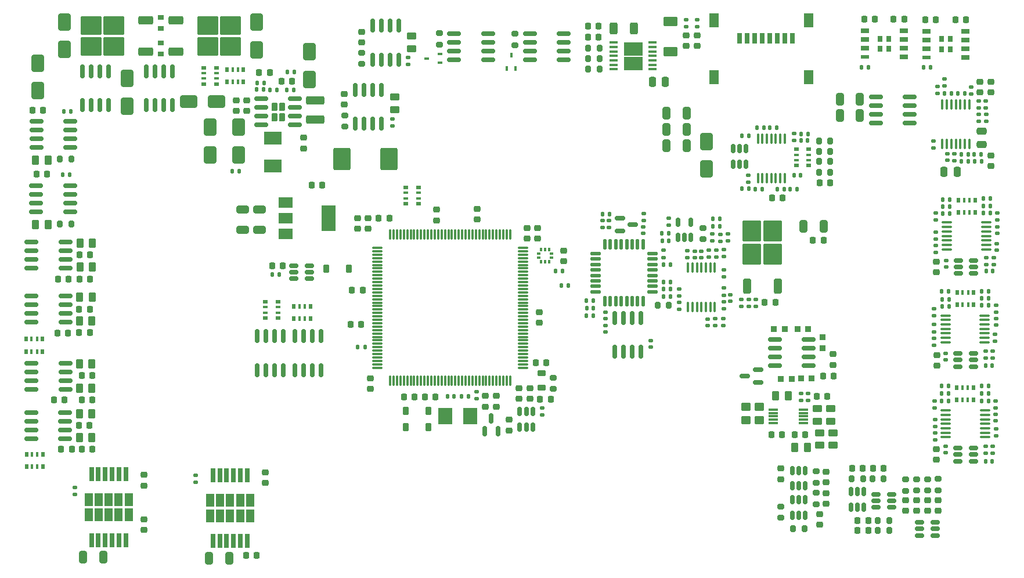
<source format=gbr>
%TF.GenerationSoftware,KiCad,Pcbnew,8.0.5*%
%TF.CreationDate,2024-10-18T05:49:16+03:00*%
%TF.ProjectId,ECUGDI,45435547-4449-42e6-9b69-6361645f7063,rev?*%
%TF.SameCoordinates,Original*%
%TF.FileFunction,Paste,Top*%
%TF.FilePolarity,Positive*%
%FSLAX46Y46*%
G04 Gerber Fmt 4.6, Leading zero omitted, Abs format (unit mm)*
G04 Created by KiCad (PCBNEW 8.0.5) date 2024-10-18 05:49:16*
%MOMM*%
%LPD*%
G01*
G04 APERTURE LIST*
G04 Aperture macros list*
%AMRoundRect*
0 Rectangle with rounded corners*
0 $1 Rounding radius*
0 $2 $3 $4 $5 $6 $7 $8 $9 X,Y pos of 4 corners*
0 Add a 4 corners polygon primitive as box body*
4,1,4,$2,$3,$4,$5,$6,$7,$8,$9,$2,$3,0*
0 Add four circle primitives for the rounded corners*
1,1,$1+$1,$2,$3*
1,1,$1+$1,$4,$5*
1,1,$1+$1,$6,$7*
1,1,$1+$1,$8,$9*
0 Add four rect primitives between the rounded corners*
20,1,$1+$1,$2,$3,$4,$5,0*
20,1,$1+$1,$4,$5,$6,$7,0*
20,1,$1+$1,$6,$7,$8,$9,0*
20,1,$1+$1,$8,$9,$2,$3,0*%
G04 Aperture macros list end*
%ADD10C,0.010000*%
%ADD11RoundRect,0.085000X0.340000X0.340000X-0.340000X0.340000X-0.340000X-0.340000X0.340000X-0.340000X0*%
%ADD12RoundRect,0.225000X-0.250000X0.225000X-0.250000X-0.225000X0.250000X-0.225000X0.250000X0.225000X0*%
%ADD13RoundRect,0.150000X-0.150000X0.825000X-0.150000X-0.825000X0.150000X-0.825000X0.150000X0.825000X0*%
%ADD14RoundRect,0.250000X0.450000X-0.262500X0.450000X0.262500X-0.450000X0.262500X-0.450000X-0.262500X0*%
%ADD15RoundRect,0.200000X0.275000X-0.200000X0.275000X0.200000X-0.275000X0.200000X-0.275000X-0.200000X0*%
%ADD16RoundRect,0.250000X0.650000X-1.000000X0.650000X1.000000X-0.650000X1.000000X-0.650000X-1.000000X0*%
%ADD17RoundRect,0.225000X0.250000X-0.225000X0.250000X0.225000X-0.250000X0.225000X-0.250000X-0.225000X0*%
%ADD18RoundRect,0.250000X0.262500X0.450000X-0.262500X0.450000X-0.262500X-0.450000X0.262500X-0.450000X0*%
%ADD19RoundRect,0.250000X0.650000X-0.325000X0.650000X0.325000X-0.650000X0.325000X-0.650000X-0.325000X0*%
%ADD20RoundRect,0.135000X0.135000X0.185000X-0.135000X0.185000X-0.135000X-0.185000X0.135000X-0.185000X0*%
%ADD21RoundRect,0.200000X-0.275000X0.200000X-0.275000X-0.200000X0.275000X-0.200000X0.275000X0.200000X0*%
%ADD22RoundRect,0.150000X0.150000X-0.825000X0.150000X0.825000X-0.150000X0.825000X-0.150000X-0.825000X0*%
%ADD23RoundRect,0.135000X-0.185000X0.135000X-0.185000X-0.135000X0.185000X-0.135000X0.185000X0.135000X0*%
%ADD24RoundRect,0.135000X0.185000X-0.135000X0.185000X0.135000X-0.185000X0.135000X-0.185000X-0.135000X0*%
%ADD25RoundRect,0.140000X-0.140000X-0.170000X0.140000X-0.170000X0.140000X0.170000X-0.140000X0.170000X0*%
%ADD26RoundRect,0.225000X-0.225000X-0.250000X0.225000X-0.250000X0.225000X0.250000X-0.225000X0.250000X0*%
%ADD27RoundRect,0.150000X0.825000X0.150000X-0.825000X0.150000X-0.825000X-0.150000X0.825000X-0.150000X0*%
%ADD28R,0.500000X0.800000*%
%ADD29R,0.400000X0.800000*%
%ADD30RoundRect,0.075000X0.075000X-0.662500X0.075000X0.662500X-0.075000X0.662500X-0.075000X-0.662500X0*%
%ADD31RoundRect,0.075000X0.662500X-0.075000X0.662500X0.075000X-0.662500X0.075000X-0.662500X-0.075000X0*%
%ADD32RoundRect,0.140000X0.170000X-0.140000X0.170000X0.140000X-0.170000X0.140000X-0.170000X-0.140000X0*%
%ADD33R,0.800000X0.500000*%
%ADD34R,0.800000X0.400000*%
%ADD35RoundRect,0.225000X0.225000X0.250000X-0.225000X0.250000X-0.225000X-0.250000X0.225000X-0.250000X0*%
%ADD36RoundRect,0.200000X-0.200000X-0.275000X0.200000X-0.275000X0.200000X0.275000X-0.200000X0.275000X0*%
%ADD37RoundRect,0.225000X-0.225000X-0.375000X0.225000X-0.375000X0.225000X0.375000X-0.225000X0.375000X0*%
%ADD38RoundRect,0.218750X0.256250X-0.218750X0.256250X0.218750X-0.256250X0.218750X-0.256250X-0.218750X0*%
%ADD39RoundRect,0.250000X-0.650000X1.000000X-0.650000X-1.000000X0.650000X-1.000000X0.650000X1.000000X0*%
%ADD40RoundRect,0.150000X-0.825000X-0.150000X0.825000X-0.150000X0.825000X0.150000X-0.825000X0.150000X0*%
%ADD41RoundRect,0.100000X0.100000X-0.637500X0.100000X0.637500X-0.100000X0.637500X-0.100000X-0.637500X0*%
%ADD42RoundRect,0.250000X-0.450000X0.350000X-0.450000X-0.350000X0.450000X-0.350000X0.450000X0.350000X0*%
%ADD43RoundRect,0.135000X-0.135000X-0.185000X0.135000X-0.185000X0.135000X0.185000X-0.135000X0.185000X0*%
%ADD44R,1.400000X0.300000*%
%ADD45RoundRect,0.140000X0.140000X0.170000X-0.140000X0.170000X-0.140000X-0.170000X0.140000X-0.170000X0*%
%ADD46RoundRect,0.150000X0.512500X0.150000X-0.512500X0.150000X-0.512500X-0.150000X0.512500X-0.150000X0*%
%ADD47RoundRect,0.200000X0.200000X0.275000X-0.200000X0.275000X-0.200000X-0.275000X0.200000X-0.275000X0*%
%ADD48RoundRect,0.218750X0.218750X0.256250X-0.218750X0.256250X-0.218750X-0.256250X0.218750X-0.256250X0*%
%ADD49RoundRect,0.140000X-0.170000X0.140000X-0.170000X-0.140000X0.170000X-0.140000X0.170000X0.140000X0*%
%ADD50RoundRect,0.150000X-0.150000X0.512500X-0.150000X-0.512500X0.150000X-0.512500X0.150000X0.512500X0*%
%ADD51R,2.000000X2.400000*%
%ADD52R,0.450000X0.700000*%
%ADD53RoundRect,0.250000X0.250000X0.475000X-0.250000X0.475000X-0.250000X-0.475000X0.250000X-0.475000X0*%
%ADD54RoundRect,0.250000X-1.075000X0.375000X-1.075000X-0.375000X1.075000X-0.375000X1.075000X0.375000X0*%
%ADD55RoundRect,0.250000X0.312500X0.625000X-0.312500X0.625000X-0.312500X-0.625000X0.312500X-0.625000X0*%
%ADD56RoundRect,0.100000X0.637500X0.100000X-0.637500X0.100000X-0.637500X-0.100000X0.637500X-0.100000X0*%
%ADD57R,1.160000X1.950000*%
%ADD58R,0.650000X2.000000*%
%ADD59RoundRect,0.250000X0.325000X0.650000X-0.325000X0.650000X-0.325000X-0.650000X0.325000X-0.650000X0*%
%ADD60RoundRect,0.070000X0.390000X-0.280000X0.390000X0.280000X-0.390000X0.280000X-0.390000X-0.280000X0*%
%ADD61RoundRect,0.250000X-0.450000X0.262500X-0.450000X-0.262500X0.450000X-0.262500X0.450000X0.262500X0*%
%ADD62RoundRect,0.250000X-0.325000X-0.650000X0.325000X-0.650000X0.325000X0.650000X-0.325000X0.650000X0*%
%ADD63R,2.500000X1.900000*%
%ADD64RoundRect,0.070000X-0.390000X0.280000X-0.390000X-0.280000X0.390000X-0.280000X0.390000X0.280000X0*%
%ADD65RoundRect,0.150000X0.150000X-0.512500X0.150000X0.512500X-0.150000X0.512500X-0.150000X-0.512500X0*%
%ADD66RoundRect,0.100000X-0.100000X0.637500X-0.100000X-0.637500X0.100000X-0.637500X0.100000X0.637500X0*%
%ADD67RoundRect,0.150000X-0.512500X-0.150000X0.512500X-0.150000X0.512500X0.150000X-0.512500X0.150000X0*%
%ADD68R,1.310000X0.650000*%
%ADD69R,1.310000X0.600000*%
%ADD70R,0.795000X0.900000*%
%ADD71RoundRect,0.250000X-0.850000X-0.350000X0.850000X-0.350000X0.850000X0.350000X-0.850000X0.350000X0*%
%ADD72RoundRect,0.250000X-1.275000X-1.125000X1.275000X-1.125000X1.275000X1.125000X-1.275000X1.125000X0*%
%ADD73RoundRect,0.230000X0.230000X0.375000X-0.230000X0.375000X-0.230000X-0.375000X0.230000X-0.375000X0*%
%ADD74RoundRect,0.218750X-0.381250X0.218750X-0.381250X-0.218750X0.381250X-0.218750X0.381250X0.218750X0*%
%ADD75R,0.700000X0.450000*%
%ADD76R,2.000000X1.500000*%
%ADD77R,2.000000X3.800000*%
%ADD78RoundRect,0.100000X-0.175000X-0.100000X0.175000X-0.100000X0.175000X0.100000X-0.175000X0.100000X0*%
%ADD79RoundRect,0.100000X-0.100000X-0.175000X0.100000X-0.175000X0.100000X0.175000X-0.100000X0.175000X0*%
%ADD80RoundRect,0.250000X0.800000X-0.450000X0.800000X0.450000X-0.800000X0.450000X-0.800000X-0.450000X0*%
%ADD81RoundRect,0.218750X-0.256250X0.218750X-0.256250X-0.218750X0.256250X-0.218750X0.256250X0.218750X0*%
%ADD82R,0.800000X1.500000*%
%ADD83R,1.450000X2.000000*%
%ADD84RoundRect,0.250000X0.450000X-0.350000X0.450000X0.350000X-0.450000X0.350000X-0.450000X-0.350000X0*%
%ADD85RoundRect,0.150000X0.587500X0.150000X-0.587500X0.150000X-0.587500X-0.150000X0.587500X-0.150000X0*%
%ADD86RoundRect,0.085000X-0.340000X-0.340000X0.340000X-0.340000X0.340000X0.340000X-0.340000X0.340000X0*%
%ADD87RoundRect,0.125000X-0.125000X0.625000X-0.125000X-0.625000X0.125000X-0.625000X0.125000X0.625000X0*%
%ADD88RoundRect,0.125000X-0.625000X0.125000X-0.625000X-0.125000X0.625000X-0.125000X0.625000X0.125000X0*%
%ADD89RoundRect,0.250000X0.350000X-0.850000X0.350000X0.850000X-0.350000X0.850000X-0.350000X-0.850000X0*%
%ADD90RoundRect,0.250000X1.125000X-1.275000X1.125000X1.275000X-1.125000X1.275000X-1.125000X-1.275000X0*%
%ADD91RoundRect,0.250000X1.000000X-1.400000X1.000000X1.400000X-1.000000X1.400000X-1.000000X-1.400000X0*%
%ADD92RoundRect,0.150000X-0.587500X-0.150000X0.587500X-0.150000X0.587500X0.150000X-0.587500X0.150000X0*%
%ADD93R,1.310000X0.450000*%
%ADD94RoundRect,0.250000X-0.475000X0.250000X-0.475000X-0.250000X0.475000X-0.250000X0.475000X0.250000X0*%
%ADD95RoundRect,0.250000X1.000000X0.650000X-1.000000X0.650000X-1.000000X-0.650000X1.000000X-0.650000X0*%
%ADD96RoundRect,0.085000X-0.340000X0.340000X-0.340000X-0.340000X0.340000X-0.340000X0.340000X0.340000X0*%
%ADD97RoundRect,0.150000X0.150000X-0.587500X0.150000X0.587500X-0.150000X0.587500X-0.150000X-0.587500X0*%
%ADD98RoundRect,0.250000X0.850000X0.350000X-0.850000X0.350000X-0.850000X-0.350000X0.850000X-0.350000X0*%
%ADD99RoundRect,0.250000X1.275000X1.125000X-1.275000X1.125000X-1.275000X-1.125000X1.275000X-1.125000X0*%
G04 APERTURE END LIST*
D10*
%TO.C,U1*%
X158490000Y-50740000D02*
X155840000Y-50740000D01*
X155840000Y-48890000D01*
X158490000Y-48890000D01*
X158490000Y-50740000D01*
G36*
X158490000Y-50740000D02*
G01*
X155840000Y-50740000D01*
X155840000Y-48890000D01*
X158490000Y-48890000D01*
X158490000Y-50740000D01*
G37*
X158490000Y-52890000D02*
X155840000Y-52890000D01*
X155840000Y-51040000D01*
X158490000Y-51040000D01*
X158490000Y-52890000D01*
G36*
X158490000Y-52890000D02*
G01*
X155840000Y-52890000D01*
X155840000Y-51040000D01*
X158490000Y-51040000D01*
X158490000Y-52890000D01*
G37*
%TD*%
D11*
%TO.C,C13*%
X180290001Y-97987500D03*
X178709999Y-97987500D03*
%TD*%
D12*
%TO.C,C130*%
X207800000Y-54650000D03*
X207800000Y-56200000D03*
%TD*%
D13*
%TO.C,U51*%
X106130000Y-91775000D03*
X104860000Y-91775000D03*
X103590000Y-91775000D03*
X102320000Y-91775000D03*
X102320000Y-96725000D03*
X103590000Y-96725000D03*
X104860000Y-96725000D03*
X106130000Y-96725000D03*
%TD*%
D14*
%TO.C,R122*%
X186350000Y-107712500D03*
X186350000Y-105887500D03*
%TD*%
D15*
%TO.C,R155*%
X115130038Y-61212500D03*
X115130038Y-59562500D03*
%TD*%
D16*
%TO.C,D1*%
X102300000Y-49990000D03*
X102300000Y-45990000D03*
%TD*%
D17*
%TO.C,C68*%
X137200000Y-102050000D03*
X137200000Y-100500000D03*
%TD*%
D18*
%TO.C,R165*%
X78287500Y-86080000D03*
X76462500Y-86080000D03*
%TD*%
D19*
%TO.C,C112*%
X102700000Y-76275000D03*
X102700000Y-73325000D03*
%TD*%
D12*
%TO.C,C133*%
X209350000Y-54650000D03*
X209350000Y-56200000D03*
%TD*%
D15*
%TO.C,R113*%
X200100000Y-114275000D03*
X200100000Y-112625000D03*
%TD*%
D20*
%TO.C,R99*%
X182674829Y-62250000D03*
X181654829Y-62250000D03*
%TD*%
D21*
%TO.C,R120*%
X183850000Y-111485000D03*
X183850000Y-113135000D03*
%TD*%
D22*
%TO.C,U40*%
X116675038Y-60762500D03*
X117945038Y-60762500D03*
X119215038Y-60762500D03*
X120485038Y-60762500D03*
X120485038Y-55812500D03*
X119215038Y-55812500D03*
X117945038Y-55812500D03*
X116675038Y-55812500D03*
%TD*%
D23*
%TO.C,R139*%
X207600000Y-59440000D03*
X207600000Y-60460000D03*
%TD*%
D15*
%TO.C,R114*%
X183850000Y-116275000D03*
X183850000Y-114625000D03*
%TD*%
D24*
%TO.C,R23*%
X162350000Y-75572500D03*
X162350000Y-74552500D03*
%TD*%
D17*
%TO.C,C117*%
X184400000Y-119275000D03*
X184400000Y-117725000D03*
%TD*%
D23*
%TO.C,R147*%
X202600000Y-54240000D03*
X202600000Y-55260000D03*
%TD*%
D25*
%TO.C,C83*%
X208620000Y-96100000D03*
X209580000Y-96100000D03*
%TD*%
D26*
%TO.C,C62*%
X115950000Y-90100000D03*
X117500000Y-90100000D03*
%TD*%
D24*
%TO.C,R75*%
X201350000Y-74810000D03*
X201350000Y-73790000D03*
%TD*%
D27*
%TO.C,U17*%
X147075000Y-51455000D03*
X147075000Y-50185000D03*
X147075000Y-48915000D03*
X147075000Y-47645000D03*
X142125000Y-47645000D03*
X142125000Y-48915000D03*
X142125000Y-50185000D03*
X142125000Y-51455000D03*
%TD*%
D28*
%TO.C,RN14*%
X68650000Y-94000000D03*
D29*
X69450000Y-94000000D03*
X70250000Y-94000000D03*
D28*
X71050000Y-94000000D03*
X71050000Y-92200000D03*
D29*
X70250000Y-92200000D03*
X69450000Y-92200000D03*
D28*
X68650000Y-92200000D03*
%TD*%
D20*
%TO.C,R102*%
X107760000Y-53250000D03*
X106740000Y-53250000D03*
%TD*%
D23*
%TO.C,R131*%
X181675000Y-100102500D03*
X181675000Y-101122500D03*
%TD*%
D30*
%TO.C,U4*%
X121750000Y-98300000D03*
X122250000Y-98300000D03*
X122750000Y-98300000D03*
X123250000Y-98300000D03*
X123750000Y-98300000D03*
X124250000Y-98300000D03*
X124750000Y-98300000D03*
X125250000Y-98300000D03*
X125750000Y-98300000D03*
X126250000Y-98300000D03*
X126750000Y-98300000D03*
X127250000Y-98300000D03*
X127750000Y-98300000D03*
X128250000Y-98300000D03*
X128750000Y-98300000D03*
X129250000Y-98300000D03*
X129750000Y-98300000D03*
X130250000Y-98300000D03*
X130750000Y-98300000D03*
X131250000Y-98300000D03*
X131750000Y-98300000D03*
X132250000Y-98300000D03*
X132750000Y-98300000D03*
X133250000Y-98300000D03*
X133750000Y-98300000D03*
X134250000Y-98300000D03*
X134750000Y-98300000D03*
X135250000Y-98300000D03*
X135750000Y-98300000D03*
X136250000Y-98300000D03*
X136750000Y-98300000D03*
X137250000Y-98300000D03*
X137750000Y-98300000D03*
X138250000Y-98300000D03*
X138750000Y-98300000D03*
X139250000Y-98300000D03*
D31*
X141162500Y-96387500D03*
X141162500Y-95887500D03*
X141162500Y-95387500D03*
X141162500Y-94887500D03*
X141162500Y-94387500D03*
X141162500Y-93887500D03*
X141162500Y-93387500D03*
X141162500Y-92887500D03*
X141162500Y-92387500D03*
X141162500Y-91887500D03*
X141162500Y-91387500D03*
X141162500Y-90887500D03*
X141162500Y-90387500D03*
X141162500Y-89887500D03*
X141162500Y-89387500D03*
X141162500Y-88887500D03*
X141162500Y-88387500D03*
X141162500Y-87887500D03*
X141162500Y-87387500D03*
X141162500Y-86887500D03*
X141162500Y-86387500D03*
X141162500Y-85887500D03*
X141162500Y-85387500D03*
X141162500Y-84887500D03*
X141162500Y-84387500D03*
X141162500Y-83887500D03*
X141162500Y-83387500D03*
X141162500Y-82887500D03*
X141162500Y-82387500D03*
X141162500Y-81887500D03*
X141162500Y-81387500D03*
X141162500Y-80887500D03*
X141162500Y-80387500D03*
X141162500Y-79887500D03*
X141162500Y-79387500D03*
X141162500Y-78887500D03*
D30*
X139250000Y-76975000D03*
X138750000Y-76975000D03*
X138250000Y-76975000D03*
X137750000Y-76975000D03*
X137250000Y-76975000D03*
X136750000Y-76975000D03*
X136250000Y-76975000D03*
X135750000Y-76975000D03*
X135250000Y-76975000D03*
X134750000Y-76975000D03*
X134250000Y-76975000D03*
X133750000Y-76975000D03*
X133250000Y-76975000D03*
X132750000Y-76975000D03*
X132250000Y-76975000D03*
X131750000Y-76975000D03*
X131250000Y-76975000D03*
X130750000Y-76975000D03*
X130250000Y-76975000D03*
X129750000Y-76975000D03*
X129250000Y-76975000D03*
X128750000Y-76975000D03*
X128250000Y-76975000D03*
X127750000Y-76975000D03*
X127250000Y-76975000D03*
X126750000Y-76975000D03*
X126250000Y-76975000D03*
X125750000Y-76975000D03*
X125250000Y-76975000D03*
X124750000Y-76975000D03*
X124250000Y-76975000D03*
X123750000Y-76975000D03*
X123250000Y-76975000D03*
X122750000Y-76975000D03*
X122250000Y-76975000D03*
X121750000Y-76975000D03*
D31*
X119837500Y-78887500D03*
X119837500Y-79387500D03*
X119837500Y-79887500D03*
X119837500Y-80387500D03*
X119837500Y-80887500D03*
X119837500Y-81387500D03*
X119837500Y-81887500D03*
X119837500Y-82387500D03*
X119837500Y-82887500D03*
X119837500Y-83387500D03*
X119837500Y-83887500D03*
X119837500Y-84387500D03*
X119837500Y-84887500D03*
X119837500Y-85387500D03*
X119837500Y-85887500D03*
X119837500Y-86387500D03*
X119837500Y-86887500D03*
X119837500Y-87387500D03*
X119837500Y-87887500D03*
X119837500Y-88387500D03*
X119837500Y-88887500D03*
X119837500Y-89387500D03*
X119837500Y-89887500D03*
X119837500Y-90387500D03*
X119837500Y-90887500D03*
X119837500Y-91387500D03*
X119837500Y-91887500D03*
X119837500Y-92387500D03*
X119837500Y-92887500D03*
X119837500Y-93387500D03*
X119837500Y-93887500D03*
X119837500Y-94387500D03*
X119837500Y-94887500D03*
X119837500Y-95387500D03*
X119837500Y-95887500D03*
X119837500Y-96387500D03*
%TD*%
D24*
%TO.C,R27*%
X163900000Y-87885000D03*
X163900000Y-86865000D03*
%TD*%
D32*
%TO.C,C20*%
X166200000Y-80342500D03*
X166200000Y-79382500D03*
%TD*%
D23*
%TO.C,R132*%
X182675000Y-100102500D03*
X182675000Y-101122500D03*
%TD*%
D12*
%TO.C,C76*%
X142150000Y-99375000D03*
X142150000Y-100925000D03*
%TD*%
D33*
%TO.C,RN4*%
X182785171Y-66900000D03*
D34*
X182785171Y-66100000D03*
X182785171Y-65300000D03*
D33*
X182785171Y-64500000D03*
X180985171Y-64500000D03*
D34*
X180985171Y-65300000D03*
X180985171Y-66100000D03*
D33*
X180985171Y-66900000D03*
%TD*%
D20*
%TO.C,R16*%
X162620000Y-84925000D03*
X161600000Y-84925000D03*
%TD*%
D32*
%TO.C,C28*%
X153700000Y-75880000D03*
X153700000Y-74920000D03*
%TD*%
D13*
%TO.C,U32*%
X80705000Y-53125000D03*
X79435000Y-53125000D03*
X78165000Y-53125000D03*
X76895000Y-53125000D03*
X76895000Y-58075000D03*
X78165000Y-58075000D03*
X79435000Y-58075000D03*
X80705000Y-58075000D03*
%TD*%
D35*
%TO.C,C79*%
X145175000Y-100950000D03*
X143625000Y-100950000D03*
%TD*%
D20*
%TO.C,R68*%
X203360000Y-71850000D03*
X202340000Y-71850000D03*
%TD*%
D23*
%TO.C,R11*%
X170450000Y-79152500D03*
X170450000Y-80172500D03*
%TD*%
D18*
%TO.C,R135*%
X179812500Y-100487500D03*
X177987500Y-100487500D03*
%TD*%
D26*
%TO.C,C78*%
X104537500Y-81550000D03*
X106087500Y-81550000D03*
%TD*%
D36*
%TO.C,R1*%
X150625000Y-49745000D03*
X152275000Y-49745000D03*
%TD*%
D37*
%TO.C,D17*%
X124000000Y-105050000D03*
X127300000Y-105050000D03*
%TD*%
D38*
%TO.C,L1*%
X186350000Y-95975000D03*
X186350000Y-94400000D03*
%TD*%
D18*
%TO.C,R172*%
X78262500Y-99350000D03*
X76437500Y-99350000D03*
%TD*%
D12*
%TO.C,C124*%
X201650000Y-115700000D03*
X201650000Y-117250000D03*
%TD*%
D17*
%TO.C,C72*%
X143250000Y-77525000D03*
X143250000Y-75975000D03*
%TD*%
D39*
%TO.C,D14*%
X70350000Y-51950000D03*
X70350000Y-55950000D03*
%TD*%
D40*
%TO.C,U47*%
X69425000Y-95695000D03*
X69425000Y-96965000D03*
X69425000Y-98235000D03*
X69425000Y-99505000D03*
X74375000Y-99505000D03*
X74375000Y-98235000D03*
X74375000Y-96965000D03*
X74375000Y-95695000D03*
%TD*%
D35*
%TO.C,C168*%
X78325000Y-108300000D03*
X76775000Y-108300000D03*
%TD*%
D41*
%TO.C,U12*%
X175385171Y-68712500D03*
X176035171Y-68712500D03*
X176685171Y-68712500D03*
X177335171Y-68712500D03*
X177985171Y-68712500D03*
X178635171Y-68712500D03*
X179285171Y-68712500D03*
X179285171Y-62987500D03*
X178635171Y-62987500D03*
X177985171Y-62987500D03*
X177335171Y-62987500D03*
X176685171Y-62987500D03*
X176035171Y-62987500D03*
X175385171Y-62987500D03*
%TD*%
D27*
%TO.C,U18*%
X136025000Y-51450000D03*
X136025000Y-50180000D03*
X136025000Y-48910000D03*
X136025000Y-47640000D03*
X131075000Y-47640000D03*
X131075000Y-48910000D03*
X131075000Y-50180000D03*
X131075000Y-51450000D03*
%TD*%
D13*
%TO.C,U31*%
X89955000Y-53125000D03*
X88685000Y-53125000D03*
X87415000Y-53125000D03*
X86145000Y-53125000D03*
X86145000Y-58075000D03*
X87415000Y-58075000D03*
X88685000Y-58075000D03*
X89955000Y-58075000D03*
%TD*%
D26*
%TO.C,C129*%
X177350000Y-106125000D03*
X178900000Y-106125000D03*
%TD*%
D12*
%TO.C,C66*%
X143500000Y-88275000D03*
X143500000Y-89825000D03*
%TD*%
D20*
%TO.C,R160*%
X75010000Y-68200000D03*
X73990000Y-68200000D03*
%TD*%
D12*
%TO.C,C71*%
X117000000Y-74575000D03*
X117000000Y-76125000D03*
%TD*%
D42*
%TO.C,R134*%
X173600000Y-102050000D03*
X173600000Y-104050000D03*
%TD*%
D35*
%TO.C,C104*%
X196737500Y-45525000D03*
X195187500Y-45525000D03*
%TD*%
%TO.C,C156*%
X77950000Y-91280000D03*
X76400000Y-91280000D03*
%TD*%
D23*
%TO.C,R33*%
X164950000Y-45590000D03*
X164950000Y-46610000D03*
%TD*%
D43*
%TO.C,R52*%
X104540000Y-82800000D03*
X105560000Y-82800000D03*
%TD*%
D25*
%TO.C,C110*%
X102370000Y-54800000D03*
X103330000Y-54800000D03*
%TD*%
D26*
%TO.C,C126*%
X180750000Y-106125000D03*
X182300000Y-106125000D03*
%TD*%
D28*
%TO.C,RN7*%
X97960698Y-54700000D03*
D29*
X98760698Y-54700000D03*
X99560698Y-54700000D03*
D28*
X100360698Y-54700000D03*
X100360698Y-52900000D03*
D29*
X99560698Y-52900000D03*
X98760698Y-52900000D03*
D28*
X97960698Y-52900000D03*
%TD*%
D12*
%TO.C,C59*%
X134400000Y-73175000D03*
X134400000Y-74725000D03*
%TD*%
D20*
%TO.C,R144*%
X207970000Y-65250000D03*
X206950000Y-65250000D03*
%TD*%
D25*
%TO.C,C99*%
X181684829Y-63250000D03*
X182644829Y-63250000D03*
%TD*%
%TO.C,C88*%
X208701250Y-82300000D03*
X209661250Y-82300000D03*
%TD*%
D44*
%TO.C,U25*%
X182025000Y-104475000D03*
X182025000Y-103975000D03*
X182025000Y-103475000D03*
X182025000Y-102975000D03*
X182025000Y-102475000D03*
X177625000Y-102475000D03*
X177625000Y-102975000D03*
X177625000Y-103475000D03*
X177625000Y-103975000D03*
X177625000Y-104475000D03*
%TD*%
D26*
%TO.C,C2*%
X150575000Y-46545000D03*
X152125000Y-46545000D03*
%TD*%
D23*
%TO.C,R95*%
X180635171Y-62240000D03*
X180635171Y-63260000D03*
%TD*%
D36*
%TO.C,R161*%
X73575000Y-75450000D03*
X75225000Y-75450000D03*
%TD*%
D45*
%TO.C,C25*%
X153730000Y-74000000D03*
X152770000Y-74000000D03*
%TD*%
D32*
%TO.C,C15*%
X159740000Y-93395000D03*
X159740000Y-92435000D03*
%TD*%
D23*
%TO.C,R88*%
X201200000Y-103909315D03*
X201200000Y-104929315D03*
%TD*%
D46*
%TO.C,U7*%
X206837500Y-96200000D03*
X206837500Y-95250000D03*
X206837500Y-94300000D03*
X204562500Y-94300000D03*
X204562500Y-95250000D03*
X204562500Y-96200000D03*
%TD*%
D47*
%TO.C,R112*%
X182175000Y-119900000D03*
X180525000Y-119900000D03*
%TD*%
D48*
%TO.C,D3*%
X177937500Y-86850000D03*
X176362500Y-86850000D03*
%TD*%
D49*
%TO.C,C81*%
X209950000Y-91520000D03*
X209950000Y-92480000D03*
%TD*%
D23*
%TO.C,R61*%
X209650000Y-93940000D03*
X209650000Y-94960000D03*
%TD*%
D50*
%TO.C,U21*%
X190850000Y-114462500D03*
X189900000Y-114462500D03*
X188950000Y-114462500D03*
X188950000Y-116737500D03*
X189900000Y-116737500D03*
X190850000Y-116737500D03*
%TD*%
D48*
%TO.C,L2*%
X186437500Y-97637500D03*
X184862500Y-97637500D03*
%TD*%
D43*
%TO.C,R71*%
X202340000Y-73850000D03*
X203360000Y-73850000D03*
%TD*%
D17*
%TO.C,C74*%
X135650000Y-102050000D03*
X135650000Y-100500000D03*
%TD*%
D47*
%TO.C,R91*%
X185939829Y-64800000D03*
X184289829Y-64800000D03*
%TD*%
D51*
%TO.C,Y2*%
X129750000Y-103450000D03*
X133450000Y-103450000D03*
%TD*%
D37*
%TO.C,D24*%
X112400000Y-81900000D03*
X115700000Y-81900000D03*
%TD*%
D49*
%TO.C,C19*%
X170400000Y-82120000D03*
X170400000Y-83080000D03*
%TD*%
D52*
%TO.C,D29*%
X138750000Y-52745000D03*
X140050000Y-52745000D03*
X139400000Y-50745000D03*
%TD*%
D18*
%TO.C,R173*%
X78237500Y-103065000D03*
X76412500Y-103065000D03*
%TD*%
D47*
%TO.C,R90*%
X185939829Y-66300000D03*
X184289829Y-66300000D03*
%TD*%
D53*
%TO.C,C3*%
X161900000Y-54650000D03*
X160000000Y-54650000D03*
%TD*%
D12*
%TO.C,C60*%
X141700000Y-75975000D03*
X141700000Y-77525000D03*
%TD*%
D20*
%TO.C,R45*%
X99760000Y-67700000D03*
X98740000Y-67700000D03*
%TD*%
%TO.C,R15*%
X162650000Y-81317500D03*
X161630000Y-81317500D03*
%TD*%
D23*
%TO.C,R6*%
X169150000Y-89215000D03*
X169150000Y-90235000D03*
%TD*%
D17*
%TO.C,C63*%
X118850000Y-99475000D03*
X118850000Y-97925000D03*
%TD*%
D20*
%TO.C,R106*%
X103260000Y-55800000D03*
X102240000Y-55800000D03*
%TD*%
D43*
%TO.C,R53*%
X208040000Y-85200000D03*
X209060000Y-85200000D03*
%TD*%
D23*
%TO.C,R148*%
X204050000Y-65190000D03*
X204050000Y-66210000D03*
%TD*%
D47*
%TO.C,R111*%
X194525000Y-120150000D03*
X192875000Y-120150000D03*
%TD*%
D17*
%TO.C,C90*%
X201450000Y-109784315D03*
X201450000Y-108234315D03*
%TD*%
D43*
%TO.C,R146*%
X206990000Y-66250000D03*
X208010000Y-66250000D03*
%TD*%
D16*
%TO.C,D27*%
X109950000Y-54300000D03*
X109950000Y-50300000D03*
%TD*%
D20*
%TO.C,R44*%
X118060000Y-93400000D03*
X117040000Y-93400000D03*
%TD*%
%TO.C,R98*%
X181110000Y-70300000D03*
X180090000Y-70300000D03*
%TD*%
D28*
%TO.C,RN3*%
X206800000Y-99259315D03*
D29*
X206000000Y-99259315D03*
X205200000Y-99259315D03*
D28*
X204400000Y-99259315D03*
X204400000Y-101059315D03*
D29*
X205200000Y-101059315D03*
X206000000Y-101059315D03*
D28*
X206800000Y-101059315D03*
%TD*%
D17*
%TO.C,C85*%
X201450000Y-82475000D03*
X201450000Y-80925000D03*
%TD*%
D54*
%TO.C,L3*%
X110800000Y-57400000D03*
X110800000Y-60200000D03*
%TD*%
D20*
%TO.C,R56*%
X203210000Y-85200000D03*
X202190000Y-85200000D03*
%TD*%
D14*
%TO.C,R125*%
X184025000Y-104187500D03*
X184025000Y-102362500D03*
%TD*%
D35*
%TO.C,C166*%
X78325000Y-101100000D03*
X76775000Y-101100000D03*
%TD*%
D12*
%TO.C,C114*%
X198550000Y-115725000D03*
X198550000Y-117275000D03*
%TD*%
D25*
%TO.C,C23*%
X161410000Y-77862500D03*
X162370000Y-77862500D03*
%TD*%
D35*
%TO.C,C165*%
X78325000Y-97550000D03*
X76775000Y-97550000D03*
%TD*%
%TO.C,C150*%
X71725000Y-68150000D03*
X70175000Y-68150000D03*
%TD*%
D20*
%TO.C,R100*%
X178160000Y-61400000D03*
X177140000Y-61400000D03*
%TD*%
D18*
%TO.C,R164*%
X78312500Y-81715000D03*
X76487500Y-81715000D03*
%TD*%
D55*
%TO.C,R36*%
X157300000Y-46850000D03*
X154375000Y-46850000D03*
%TD*%
D12*
%TO.C,C120*%
X196900000Y-115725000D03*
X196900000Y-117275000D03*
%TD*%
D43*
%TO.C,R105*%
X104240000Y-55850000D03*
X105260000Y-55850000D03*
%TD*%
D56*
%TO.C,U10*%
X208512500Y-106509315D03*
X208512500Y-105859315D03*
X208512500Y-105209315D03*
X208512500Y-104559315D03*
X208512500Y-103909315D03*
X208512500Y-103259315D03*
X208512500Y-102609315D03*
X202787500Y-102609315D03*
X202787500Y-103259315D03*
X202787500Y-103909315D03*
X202787500Y-104559315D03*
X202787500Y-105209315D03*
X202787500Y-105859315D03*
X202787500Y-106509315D03*
%TD*%
D57*
%TO.C,U38*%
X77770000Y-117850000D03*
X79230000Y-117850000D03*
X80690000Y-117850000D03*
X82150000Y-117850000D03*
X83610000Y-117850000D03*
X77770000Y-115600000D03*
X79230000Y-115600000D03*
X80690000Y-115600000D03*
X82150000Y-115600000D03*
X83610000Y-115600000D03*
D58*
X78190000Y-121525000D03*
X79190000Y-121525000D03*
X80190000Y-121525000D03*
X81190000Y-121525000D03*
X82190000Y-121525000D03*
X83190000Y-121525000D03*
X83190000Y-111925000D03*
X82190000Y-111925000D03*
X81190000Y-111925000D03*
X80190000Y-111925000D03*
X79190000Y-111925000D03*
X78190000Y-111925000D03*
%TD*%
D20*
%TO.C,R82*%
X209010000Y-101259315D03*
X207990000Y-101259315D03*
%TD*%
D59*
%TO.C,C7*%
X165025000Y-59200000D03*
X162075000Y-59200000D03*
%TD*%
D32*
%TO.C,C138*%
X203000000Y-66130000D03*
X203000000Y-65170000D03*
%TD*%
D23*
%TO.C,R7*%
X168250000Y-79202500D03*
X168250000Y-80222500D03*
%TD*%
D43*
%TO.C,R83*%
X202190000Y-101209315D03*
X203210000Y-101209315D03*
%TD*%
D60*
%TO.C,R3*%
X88300000Y-46850000D03*
X88300000Y-45250000D03*
%TD*%
D11*
%TO.C,C29*%
X182740001Y-90700000D03*
X181159999Y-90700000D03*
%TD*%
D15*
%TO.C,R115*%
X196900000Y-114325000D03*
X196900000Y-112675000D03*
%TD*%
D20*
%TO.C,R25*%
X162410000Y-76762500D03*
X161390000Y-76762500D03*
%TD*%
D32*
%TO.C,C92*%
X210050000Y-104130000D03*
X210050000Y-103170000D03*
%TD*%
D61*
%TO.C,R121*%
X185975000Y-102350000D03*
X185975000Y-104175000D03*
%TD*%
D43*
%TO.C,R104*%
X190452500Y-52525000D03*
X191472500Y-52525000D03*
%TD*%
D59*
%TO.C,C10*%
X185000000Y-75750000D03*
X182050000Y-75750000D03*
%TD*%
D62*
%TO.C,C139*%
X187325000Y-59600000D03*
X190275000Y-59600000D03*
%TD*%
D63*
%TO.C,L4*%
X104600000Y-62850000D03*
X104600000Y-66950000D03*
%TD*%
D64*
%TO.C,R4*%
X88300000Y-49000000D03*
X88300000Y-50600000D03*
%TD*%
D32*
%TO.C,C16*%
X153190000Y-91195000D03*
X153190000Y-90235000D03*
%TD*%
D38*
%TO.C,D19*%
X99300000Y-58937500D03*
X99300000Y-57362500D03*
%TD*%
D14*
%TO.C,R159*%
X124850000Y-49812500D03*
X124850000Y-47987500D03*
%TD*%
D26*
%TO.C,C61*%
X116175000Y-85050000D03*
X117725000Y-85050000D03*
%TD*%
D23*
%TO.C,R32*%
X161640000Y-79265000D03*
X161640000Y-80285000D03*
%TD*%
D20*
%TO.C,R67*%
X203360000Y-72850000D03*
X202340000Y-72850000D03*
%TD*%
D23*
%TO.C,R21*%
X175100000Y-86400000D03*
X175100000Y-87420000D03*
%TD*%
D56*
%TO.C,U6*%
X208462500Y-92650000D03*
X208462500Y-92000000D03*
X208462500Y-91350000D03*
X208462500Y-90700000D03*
X208462500Y-90050000D03*
X208462500Y-89400000D03*
X208462500Y-88750000D03*
X202737500Y-88750000D03*
X202737500Y-89400000D03*
X202737500Y-90050000D03*
X202737500Y-90700000D03*
X202737500Y-91350000D03*
X202737500Y-92000000D03*
X202737500Y-92650000D03*
%TD*%
D25*
%TO.C,C98*%
X180655171Y-68300000D03*
X181615171Y-68300000D03*
%TD*%
D47*
%TO.C,R2*%
X152275000Y-51295000D03*
X150625000Y-51295000D03*
%TD*%
D25*
%TO.C,C93*%
X208620000Y-110059315D03*
X209580000Y-110059315D03*
%TD*%
D23*
%TO.C,R24*%
X173000000Y-86400000D03*
X173000000Y-87420000D03*
%TD*%
D13*
%TO.C,U30*%
X111630000Y-91775000D03*
X110360000Y-91775000D03*
X109090000Y-91775000D03*
X107820000Y-91775000D03*
X107820000Y-96725000D03*
X109090000Y-96725000D03*
X110360000Y-96725000D03*
X111630000Y-96725000D03*
%TD*%
D24*
%TO.C,R69*%
X208731250Y-81360000D03*
X208731250Y-80340000D03*
%TD*%
D65*
%TO.C,U22*%
X180400000Y-113637500D03*
X181350000Y-113637500D03*
X182300000Y-113637500D03*
X182300000Y-111362500D03*
X181350000Y-111362500D03*
X180400000Y-111362500D03*
%TD*%
D23*
%TO.C,R34*%
X166500000Y-45590000D03*
X166500000Y-46610000D03*
%TD*%
D45*
%TO.C,C22*%
X162620000Y-85967500D03*
X161660000Y-85967500D03*
%TD*%
D23*
%TO.C,R8*%
X171000000Y-76852500D03*
X171000000Y-77872500D03*
%TD*%
D16*
%TO.C,D7*%
X74250000Y-49950000D03*
X74250000Y-45950000D03*
%TD*%
D23*
%TO.C,R76*%
X201331250Y-76561250D03*
X201331250Y-77581250D03*
%TD*%
D16*
%TO.C,D2*%
X167850000Y-67400000D03*
X167850000Y-63400000D03*
%TD*%
D49*
%TO.C,C94*%
X202800000Y-107829315D03*
X202800000Y-108789315D03*
%TD*%
D66*
%TO.C,U27*%
X206200000Y-57987500D03*
X205550000Y-57987500D03*
X204900000Y-57987500D03*
X204250000Y-57987500D03*
X203600000Y-57987500D03*
X202950000Y-57987500D03*
X202300000Y-57987500D03*
X202300000Y-63712500D03*
X202950000Y-63712500D03*
X203600000Y-63712500D03*
X204250000Y-63712500D03*
X204900000Y-63712500D03*
X205550000Y-63712500D03*
X206200000Y-63712500D03*
%TD*%
D24*
%TO.C,R87*%
X201150000Y-102219315D03*
X201150000Y-101199315D03*
%TD*%
D20*
%TO.C,R94*%
X179210000Y-70300000D03*
X178190000Y-70300000D03*
%TD*%
%TO.C,R151*%
X75135000Y-58950000D03*
X74115000Y-58950000D03*
%TD*%
%TO.C,R103*%
X107660000Y-55850000D03*
X106640000Y-55850000D03*
%TD*%
D23*
%TO.C,R141*%
X207550000Y-57440000D03*
X207550000Y-58460000D03*
%TD*%
D39*
%TO.C,D15*%
X95500000Y-61300000D03*
X95500000Y-65300000D03*
%TD*%
D14*
%TO.C,R156*%
X122430038Y-58700000D03*
X122430038Y-56875000D03*
%TD*%
D32*
%TO.C,C27*%
X152750000Y-75880000D03*
X152750000Y-74920000D03*
%TD*%
D27*
%TO.C,U28*%
X197550000Y-60720000D03*
X197550000Y-59450000D03*
X197550000Y-58180000D03*
X197550000Y-56910000D03*
X192600000Y-56910000D03*
X192600000Y-58180000D03*
X192600000Y-59450000D03*
X192600000Y-60720000D03*
%TD*%
D40*
%TO.C,U48*%
X69400000Y-102910000D03*
X69400000Y-104180000D03*
X69400000Y-105450000D03*
X69400000Y-106720000D03*
X74350000Y-106720000D03*
X74350000Y-105450000D03*
X74350000Y-104180000D03*
X74350000Y-102910000D03*
%TD*%
D12*
%TO.C,C109*%
X109100000Y-62825000D03*
X109100000Y-64375000D03*
%TD*%
D43*
%TO.C,R97*%
X173025171Y-70250000D03*
X174045171Y-70250000D03*
%TD*%
D20*
%TO.C,R80*%
X203210000Y-99059315D03*
X202190000Y-99059315D03*
%TD*%
D27*
%TO.C,U33*%
X182825000Y-96055000D03*
X182825000Y-94785000D03*
X182825000Y-93515000D03*
X182825000Y-92245000D03*
X177875000Y-92245000D03*
X177875000Y-93515000D03*
X177875000Y-94785000D03*
X177875000Y-96055000D03*
%TD*%
D35*
%TO.C,C151*%
X74875000Y-83415000D03*
X73325000Y-83415000D03*
%TD*%
D43*
%TO.C,R93*%
X175025171Y-70300000D03*
X176045171Y-70300000D03*
%TD*%
D15*
%TO.C,R107*%
X139925000Y-49320000D03*
X139925000Y-47670000D03*
%TD*%
D24*
%TO.C,R74*%
X210300000Y-74810000D03*
X210300000Y-73790000D03*
%TD*%
D67*
%TO.C,U20*%
X198950000Y-118950000D03*
X198950000Y-119900000D03*
X198950000Y-120850000D03*
X201225000Y-120850000D03*
X201225000Y-119900000D03*
X201225000Y-118950000D03*
%TD*%
D32*
%TO.C,C87*%
X210300000Y-76780000D03*
X210300000Y-75820000D03*
%TD*%
D24*
%TO.C,R81*%
X208600000Y-108869315D03*
X208600000Y-107849315D03*
%TD*%
D27*
%TO.C,U42*%
X75075000Y-73655000D03*
X75075000Y-72385000D03*
X75075000Y-71115000D03*
X75075000Y-69845000D03*
X70125000Y-69845000D03*
X70125000Y-71115000D03*
X70125000Y-72385000D03*
X70125000Y-73655000D03*
%TD*%
D35*
%TO.C,C155*%
X77950000Y-87830000D03*
X76400000Y-87830000D03*
%TD*%
%TO.C,C67*%
X144525000Y-95650000D03*
X142975000Y-95650000D03*
%TD*%
D43*
%TO.C,R18*%
X168790000Y-74662500D03*
X169810000Y-74662500D03*
%TD*%
D23*
%TO.C,R20*%
X169900000Y-76902500D03*
X169900000Y-77922500D03*
%TD*%
D43*
%TO.C,R66*%
X208290000Y-72750000D03*
X209310000Y-72750000D03*
%TD*%
D23*
%TO.C,R150*%
X75790000Y-113815000D03*
X75790000Y-114835000D03*
%TD*%
D62*
%TO.C,C140*%
X187325000Y-57200000D03*
X190275000Y-57200000D03*
%TD*%
D65*
%TO.C,U23*%
X180400000Y-117925000D03*
X181350000Y-117925000D03*
X182300000Y-117925000D03*
X182300000Y-115650000D03*
X181350000Y-115650000D03*
X180400000Y-115650000D03*
%TD*%
D20*
%TO.C,R79*%
X203210000Y-100109315D03*
X202190000Y-100109315D03*
%TD*%
D68*
%TO.C,U15*%
X190987500Y-47230000D03*
X190987500Y-48500000D03*
X190987500Y-49770000D03*
D69*
X190987500Y-51040000D03*
D68*
X196677500Y-51040000D03*
X196677500Y-49770000D03*
X196677500Y-48500000D03*
X196677500Y-47230000D03*
D70*
X193170000Y-48385000D03*
X193170000Y-49885000D03*
X194495000Y-48385000D03*
X194495000Y-49885000D03*
%TD*%
D24*
%TO.C,R154*%
X122070038Y-61077500D03*
X122070038Y-60057500D03*
%TD*%
D35*
%TO.C,C147*%
X71150000Y-58800000D03*
X69600000Y-58800000D03*
%TD*%
D24*
%TO.C,R5*%
X170340000Y-90230000D03*
X170340000Y-89210000D03*
%TD*%
D45*
%TO.C,C69*%
X131080000Y-100550000D03*
X130120000Y-100550000D03*
%TD*%
D23*
%TO.C,R51*%
X143900000Y-102290000D03*
X143900000Y-103310000D03*
%TD*%
D12*
%TO.C,C148*%
X115080038Y-56412500D03*
X115080038Y-57962500D03*
%TD*%
D15*
%TO.C,R158*%
X117550000Y-52050000D03*
X117550000Y-50400000D03*
%TD*%
D23*
%TO.C,R19*%
X168750000Y-76852500D03*
X168750000Y-77872500D03*
%TD*%
D68*
%TO.C,U14*%
X199950000Y-47280000D03*
X199950000Y-48550000D03*
X199950000Y-49820000D03*
D69*
X199950000Y-51090000D03*
D68*
X205640000Y-51090000D03*
X205640000Y-49820000D03*
X205640000Y-48550000D03*
X205640000Y-47280000D03*
D70*
X202132500Y-48435000D03*
X202132500Y-49935000D03*
X203457500Y-48435000D03*
X203457500Y-49935000D03*
%TD*%
D49*
%TO.C,C21*%
X171350000Y-85720000D03*
X171350000Y-86680000D03*
%TD*%
D36*
%TO.C,R35*%
X150625000Y-52845000D03*
X152275000Y-52845000D03*
%TD*%
D18*
%TO.C,R129*%
X182612500Y-107975000D03*
X180787500Y-107975000D03*
%TD*%
D15*
%TO.C,R119*%
X201650000Y-114250000D03*
X201650000Y-112600000D03*
%TD*%
D26*
%TO.C,C75*%
X123775000Y-100650000D03*
X125325000Y-100650000D03*
%TD*%
D35*
%TO.C,C163*%
X74275000Y-101100000D03*
X72725000Y-101100000D03*
%TD*%
D71*
%TO.C,Q2*%
X90500000Y-45690000D03*
D72*
X95125000Y-46445000D03*
X95125000Y-49495000D03*
X98475000Y-46445000D03*
X98475000Y-49495000D03*
D71*
X90500000Y-50250000D03*
%TD*%
D73*
%TO.C,U16*%
X105990000Y-59800000D03*
X105990000Y-58300000D03*
X104850000Y-59800000D03*
X104850000Y-58300000D03*
D27*
X107895000Y-60955000D03*
X107895000Y-59685000D03*
X107895000Y-58415000D03*
X107895000Y-57145000D03*
X102945000Y-57145000D03*
X102945000Y-58415000D03*
X102945000Y-59685000D03*
X102945000Y-60955000D03*
%TD*%
D35*
%TO.C,C106*%
X107425000Y-54550000D03*
X105875000Y-54550000D03*
%TD*%
D43*
%TO.C,R59*%
X202240000Y-87450000D03*
X203260000Y-87450000D03*
%TD*%
D24*
%TO.C,R138*%
X206500000Y-56410000D03*
X206500000Y-55390000D03*
%TD*%
D20*
%TO.C,R142*%
X206070000Y-65250000D03*
X205050000Y-65250000D03*
%TD*%
D43*
%TO.C,R65*%
X208240000Y-71700000D03*
X209260000Y-71700000D03*
%TD*%
D66*
%TO.C,U35*%
X169100000Y-81800000D03*
X168450000Y-81800000D03*
X167800000Y-81800000D03*
X167150000Y-81800000D03*
X166500000Y-81800000D03*
X165850000Y-81800000D03*
X165200000Y-81800000D03*
X165200000Y-87525000D03*
X165850000Y-87525000D03*
X166500000Y-87525000D03*
X167150000Y-87525000D03*
X167800000Y-87525000D03*
X168450000Y-87525000D03*
X169100000Y-87525000D03*
%TD*%
D35*
%TO.C,C152*%
X74750000Y-91330000D03*
X73200000Y-91330000D03*
%TD*%
D43*
%TO.C,R31*%
X150380000Y-86565000D03*
X151400000Y-86565000D03*
%TD*%
D18*
%TO.C,R166*%
X78237500Y-89580000D03*
X76412500Y-89580000D03*
%TD*%
D74*
%TO.C,FB1*%
X143850000Y-97187500D03*
X143850000Y-99312500D03*
%TD*%
D61*
%TO.C,R126*%
X184375000Y-105887500D03*
X184375000Y-107712500D03*
%TD*%
D20*
%TO.C,R58*%
X209060000Y-87300000D03*
X208040000Y-87300000D03*
%TD*%
D12*
%TO.C,C77*%
X140550000Y-99375000D03*
X140550000Y-100925000D03*
%TD*%
D23*
%TO.C,R73*%
X209781250Y-80340000D03*
X209781250Y-81360000D03*
%TD*%
D75*
%TO.C,D30*%
X129050000Y-51895000D03*
X129050000Y-50595000D03*
X127050000Y-51245000D03*
%TD*%
D23*
%TO.C,R72*%
X201331250Y-78561250D03*
X201331250Y-79581250D03*
%TD*%
D43*
%TO.C,R140*%
X205050000Y-66250000D03*
X206070000Y-66250000D03*
%TD*%
D21*
%TO.C,R14*%
X167350000Y-75987500D03*
X167350000Y-77637500D03*
%TD*%
D24*
%TO.C,R143*%
X208650000Y-58460000D03*
X208650000Y-57440000D03*
%TD*%
D57*
%TO.C,U37*%
X95480000Y-118000000D03*
X96940000Y-118000000D03*
X98400000Y-118000000D03*
X99860000Y-118000000D03*
X101320000Y-118000000D03*
X95480000Y-115750000D03*
X96940000Y-115750000D03*
X98400000Y-115750000D03*
X99860000Y-115750000D03*
X101320000Y-115750000D03*
D58*
X95900000Y-121675000D03*
X96900000Y-121675000D03*
X97900000Y-121675000D03*
X98900000Y-121675000D03*
X99900000Y-121675000D03*
X100900000Y-121675000D03*
X100900000Y-112075000D03*
X99900000Y-112075000D03*
X98900000Y-112075000D03*
X97900000Y-112075000D03*
X96900000Y-112075000D03*
X95900000Y-112075000D03*
%TD*%
D62*
%TO.C,C144*%
X76975000Y-124000000D03*
X79925000Y-124000000D03*
%TD*%
D36*
%TO.C,R13*%
X160765000Y-87275000D03*
X162415000Y-87275000D03*
%TD*%
D20*
%TO.C,R17*%
X162620000Y-83865000D03*
X161600000Y-83865000D03*
%TD*%
D26*
%TO.C,C121*%
X189112500Y-111050000D03*
X190662500Y-111050000D03*
%TD*%
D20*
%TO.C,R41*%
X146860000Y-82250000D03*
X145840000Y-82250000D03*
%TD*%
D43*
%TO.C,R77*%
X207990000Y-99059315D03*
X209010000Y-99059315D03*
%TD*%
D76*
%TO.C,U19*%
X106500000Y-72250000D03*
X106500000Y-74550000D03*
D77*
X112800000Y-74550000D03*
D76*
X106500000Y-76850000D03*
%TD*%
D39*
%TO.C,D16*%
X83400000Y-54200000D03*
X83400000Y-58200000D03*
%TD*%
D15*
%TO.C,R108*%
X128950000Y-49220000D03*
X128950000Y-47570000D03*
%TD*%
D35*
%TO.C,C153*%
X77975000Y-79915000D03*
X76425000Y-79915000D03*
%TD*%
D49*
%TO.C,C135*%
X201550000Y-55370000D03*
X201550000Y-56330000D03*
%TD*%
D20*
%TO.C,R96*%
X176260000Y-61400000D03*
X175240000Y-61400000D03*
%TD*%
D78*
%TO.C,U3*%
X143425000Y-79725000D03*
X143425000Y-80325000D03*
D79*
X143750000Y-80950000D03*
X144350000Y-80950000D03*
X144950000Y-80950000D03*
D78*
X145275000Y-80325000D03*
X145275000Y-79725000D03*
D79*
X144950000Y-79100000D03*
X144350000Y-79100000D03*
X143750000Y-79100000D03*
%TD*%
D26*
%TO.C,C128*%
X183975000Y-100550000D03*
X185525000Y-100550000D03*
%TD*%
D43*
%TO.C,R10*%
X168790000Y-75762500D03*
X169810000Y-75762500D03*
%TD*%
D46*
%TO.C,U24*%
X194900000Y-116750000D03*
X194900000Y-115800000D03*
X194900000Y-114850000D03*
X192625000Y-114850000D03*
X192625000Y-115800000D03*
X192625000Y-116750000D03*
%TD*%
D13*
%TO.C,U34*%
X158345000Y-89090000D03*
X157075000Y-89090000D03*
X155805000Y-89090000D03*
X154535000Y-89090000D03*
X154535000Y-94040000D03*
X155805000Y-94040000D03*
X157075000Y-94040000D03*
X158345000Y-94040000D03*
%TD*%
D80*
%TO.C,D8*%
X162600000Y-50250000D03*
X162600000Y-45850000D03*
%TD*%
D33*
%TO.C,RN13*%
X125850000Y-72450000D03*
D34*
X125850000Y-71650000D03*
X125850000Y-70850000D03*
D33*
X125850000Y-70050000D03*
X124050000Y-70050000D03*
D34*
X124050000Y-70850000D03*
X124050000Y-71650000D03*
D33*
X124050000Y-72450000D03*
%TD*%
D23*
%TO.C,R157*%
X124350000Y-51140000D03*
X124350000Y-52160000D03*
%TD*%
D45*
%TO.C,C100*%
X174044829Y-62550000D03*
X173084829Y-62550000D03*
%TD*%
D81*
%TO.C,D5*%
X166550000Y-47862500D03*
X166550000Y-49437500D03*
%TD*%
D47*
%TO.C,R92*%
X185939829Y-63300000D03*
X184289829Y-63300000D03*
%TD*%
D49*
%TO.C,C84*%
X202750000Y-94270000D03*
X202750000Y-95230000D03*
%TD*%
D35*
%TO.C,C103*%
X104175000Y-53300000D03*
X102625000Y-53300000D03*
%TD*%
D28*
%TO.C,RN16*%
X68700000Y-110800000D03*
D29*
X69500000Y-110800000D03*
X70300000Y-110800000D03*
D28*
X71100000Y-110800000D03*
X71100000Y-109000000D03*
D29*
X70300000Y-109000000D03*
X69500000Y-109000000D03*
D28*
X68700000Y-109000000D03*
%TD*%
D35*
%TO.C,C154*%
X77975000Y-83465000D03*
X76425000Y-83465000D03*
%TD*%
D18*
%TO.C,R153*%
X71837500Y-66100000D03*
X70012500Y-66100000D03*
%TD*%
D35*
%TO.C,C142*%
X102275000Y-123750000D03*
X100725000Y-123750000D03*
%TD*%
D12*
%TO.C,C58*%
X147050000Y-79300000D03*
X147050000Y-80850000D03*
%TD*%
%TO.C,C56*%
X118550000Y-74550000D03*
X118550000Y-76100000D03*
%TD*%
D32*
%TO.C,C82*%
X210100000Y-90180000D03*
X210100000Y-89220000D03*
%TD*%
D37*
%TO.C,D18*%
X124000000Y-102650000D03*
X127300000Y-102650000D03*
%TD*%
D33*
%TO.C,RN6*%
X105375000Y-89150000D03*
D34*
X105375000Y-88350000D03*
X105375000Y-87550000D03*
D33*
X105375000Y-86750000D03*
X103575000Y-86750000D03*
D34*
X103575000Y-87550000D03*
X103575000Y-88350000D03*
D33*
X103575000Y-89150000D03*
%TD*%
D24*
%TO.C,R85*%
X209600000Y-108869315D03*
X209600000Y-107849315D03*
%TD*%
D39*
%TO.C,D28*%
X99650000Y-61300000D03*
X99650000Y-65300000D03*
%TD*%
D82*
%TO.C,J9*%
X172675000Y-48300000D03*
X173775000Y-48300000D03*
X174875000Y-48300000D03*
X175975000Y-48300000D03*
X177075000Y-48300000D03*
X178175000Y-48300000D03*
X179275000Y-48300000D03*
X180375000Y-48300000D03*
D83*
X169000000Y-45700000D03*
X169000000Y-54000000D03*
X182750000Y-45700000D03*
X182750000Y-54000000D03*
%TD*%
D65*
%TO.C,U13*%
X171764829Y-66687500D03*
X172714829Y-66687500D03*
X173664829Y-66687500D03*
X173664829Y-64412500D03*
X172714829Y-64412500D03*
X171764829Y-64412500D03*
%TD*%
D49*
%TO.C,C86*%
X210250000Y-78270000D03*
X210250000Y-79230000D03*
%TD*%
D12*
%TO.C,C125*%
X185350000Y-111525000D03*
X185350000Y-113075000D03*
%TD*%
D84*
%TO.C,R133*%
X175550000Y-104050000D03*
X175550000Y-102050000D03*
%TD*%
D32*
%TO.C,C91*%
X210150000Y-106280000D03*
X210150000Y-105320000D03*
%TD*%
D17*
%TO.C,C65*%
X139100000Y-105525000D03*
X139100000Y-103975000D03*
%TD*%
D46*
%TO.C,U11*%
X206800000Y-110009315D03*
X206800000Y-109059315D03*
X206800000Y-108109315D03*
X204525000Y-108109315D03*
X204525000Y-109059315D03*
X204525000Y-110009315D03*
%TD*%
%TO.C,U9*%
X206865000Y-82650000D03*
X206865000Y-81700000D03*
X206865000Y-80750000D03*
X204590000Y-80750000D03*
X204590000Y-81700000D03*
X204590000Y-82650000D03*
%TD*%
D62*
%TO.C,C141*%
X95325000Y-124150000D03*
X98275000Y-124150000D03*
%TD*%
D26*
%TO.C,C108*%
X190887500Y-45525000D03*
X192437500Y-45525000D03*
%TD*%
D35*
%TO.C,C122*%
X191475000Y-118650000D03*
X189925000Y-118650000D03*
%TD*%
D53*
%TO.C,C132*%
X204450000Y-67800000D03*
X202550000Y-67800000D03*
%TD*%
D49*
%TO.C,C26*%
X158700000Y-73920000D03*
X158700000Y-74880000D03*
%TD*%
D85*
%TO.C,D6*%
X175387500Y-98550000D03*
X175387500Y-96650000D03*
X173512500Y-97600000D03*
%TD*%
D21*
%TO.C,R50*%
X145550000Y-97825000D03*
X145550000Y-99475000D03*
%TD*%
D12*
%TO.C,C145*%
X85800000Y-118475000D03*
X85800000Y-120025000D03*
%TD*%
%TO.C,C57*%
X128500000Y-73325000D03*
X128500000Y-74875000D03*
%TD*%
D25*
%TO.C,C137*%
X202620000Y-56337500D03*
X203580000Y-56337500D03*
%TD*%
D32*
%TO.C,C136*%
X200950000Y-64280000D03*
X200950000Y-63320000D03*
%TD*%
D23*
%TO.C,R12*%
X170400000Y-86765000D03*
X170400000Y-87785000D03*
%TD*%
D49*
%TO.C,C97*%
X174014829Y-68320000D03*
X174014829Y-69280000D03*
%TD*%
D23*
%TO.C,R43*%
X134350000Y-99890000D03*
X134350000Y-100910000D03*
%TD*%
D86*
%TO.C,C32*%
X177709999Y-90700000D03*
X179290001Y-90700000D03*
%TD*%
D23*
%TO.C,R64*%
X201100000Y-90100000D03*
X201100000Y-91120000D03*
%TD*%
%TO.C,R29*%
X165050000Y-79292500D03*
X165050000Y-80312500D03*
%TD*%
D87*
%TO.C,U50*%
X158650000Y-78337500D03*
X157850000Y-78337500D03*
X157050000Y-78337500D03*
X156250000Y-78337500D03*
X155450000Y-78337500D03*
X154650000Y-78337500D03*
X153850000Y-78337500D03*
X153050000Y-78337500D03*
D88*
X151675000Y-79712500D03*
X151675000Y-80512500D03*
X151675000Y-81312500D03*
X151675000Y-82112500D03*
X151675000Y-82912500D03*
X151675000Y-83712500D03*
X151675000Y-84512500D03*
X151675000Y-85312500D03*
D87*
X153050000Y-86687500D03*
X153850000Y-86687500D03*
X154650000Y-86687500D03*
X155450000Y-86687500D03*
X156250000Y-86687500D03*
X157050000Y-86687500D03*
X157850000Y-86687500D03*
X158650000Y-86687500D03*
D88*
X160025000Y-85312500D03*
X160025000Y-84512500D03*
X160025000Y-83712500D03*
X160025000Y-82912500D03*
X160025000Y-82112500D03*
X160025000Y-81312500D03*
X160025000Y-80512500D03*
X160025000Y-79712500D03*
%TD*%
D50*
%TO.C,D25*%
X142550000Y-102762500D03*
X141600000Y-102762500D03*
X140650000Y-102762500D03*
X140650000Y-105037500D03*
X141600000Y-105037500D03*
X142550000Y-105037500D03*
%TD*%
D89*
%TO.C,Q1*%
X173770000Y-84440000D03*
D90*
X174525000Y-79815000D03*
X177575000Y-79815000D03*
X174525000Y-76465000D03*
X177575000Y-76465000D03*
D89*
X178330000Y-84440000D03*
%TD*%
D81*
%TO.C,D4*%
X164940000Y-47862500D03*
X164940000Y-49437500D03*
%TD*%
D28*
%TO.C,RN1*%
X206850000Y-85400000D03*
D29*
X206050000Y-85400000D03*
X205250000Y-85400000D03*
D28*
X204450000Y-85400000D03*
X204450000Y-87200000D03*
D29*
X205250000Y-87200000D03*
X206050000Y-87200000D03*
D28*
X206850000Y-87200000D03*
%TD*%
D20*
%TO.C,R137*%
X205560000Y-56350000D03*
X204540000Y-56350000D03*
%TD*%
D40*
%TO.C,U43*%
X69425000Y-78010000D03*
X69425000Y-79280000D03*
X69425000Y-80550000D03*
X69425000Y-81820000D03*
X74375000Y-81820000D03*
X74375000Y-80550000D03*
X74375000Y-79280000D03*
X74375000Y-78010000D03*
%TD*%
D65*
%TO.C,U36*%
X163700000Y-77400000D03*
X164650000Y-77400000D03*
X165600000Y-77400000D03*
X165600000Y-75125000D03*
X163700000Y-75125000D03*
%TD*%
D49*
%TO.C,C17*%
X168037500Y-89285000D03*
X168037500Y-90245000D03*
%TD*%
D35*
%TO.C,C73*%
X121625000Y-74600000D03*
X120075000Y-74600000D03*
%TD*%
D12*
%TO.C,C146*%
X85850000Y-112025000D03*
X85850000Y-113575000D03*
%TD*%
D35*
%TO.C,C116*%
X191475000Y-120150000D03*
X189925000Y-120150000D03*
%TD*%
D20*
%TO.C,R42*%
X147710000Y-84350000D03*
X146690000Y-84350000D03*
%TD*%
D24*
%TO.C,R57*%
X208600000Y-94960000D03*
X208600000Y-93940000D03*
%TD*%
D91*
%TO.C,D26*%
X114750000Y-65900000D03*
X121550000Y-65900000D03*
%TD*%
D20*
%TO.C,R30*%
X151400000Y-88765000D03*
X150380000Y-88765000D03*
%TD*%
D24*
%TO.C,R145*%
X208700000Y-60460000D03*
X208700000Y-59440000D03*
%TD*%
D26*
%TO.C,C102*%
X199807500Y-45585000D03*
X201357500Y-45585000D03*
%TD*%
D43*
%TO.C,R78*%
X207990000Y-100159315D03*
X209010000Y-100159315D03*
%TD*%
D49*
%TO.C,C89*%
X202850000Y-80720000D03*
X202850000Y-81680000D03*
%TD*%
D23*
%TO.C,R22*%
X174060000Y-86400000D03*
X174060000Y-87420000D03*
%TD*%
D32*
%TO.C,C18*%
X167150000Y-80342500D03*
X167150000Y-79382500D03*
%TD*%
D26*
%TO.C,C64*%
X126800000Y-100650000D03*
X128350000Y-100650000D03*
%TD*%
D21*
%TO.C,R109*%
X198550000Y-112625000D03*
X198550000Y-114275000D03*
%TD*%
D24*
%TO.C,R26*%
X170400000Y-85785000D03*
X170400000Y-84765000D03*
%TD*%
D35*
%TO.C,C11*%
X184950000Y-77800000D03*
X183400000Y-77800000D03*
%TD*%
D59*
%TO.C,C9*%
X165025000Y-64000000D03*
X162075000Y-64000000D03*
%TD*%
D92*
%TO.C,U49*%
X155265000Y-74525000D03*
X155265000Y-76425000D03*
X157140000Y-75475000D03*
%TD*%
D12*
%TO.C,C149*%
X117550000Y-47400000D03*
X117550000Y-48950000D03*
%TD*%
D24*
%TO.C,R86*%
X210050000Y-102269315D03*
X210050000Y-101249315D03*
%TD*%
D36*
%TO.C,R116*%
X189062500Y-112550000D03*
X190712500Y-112550000D03*
%TD*%
D47*
%TO.C,R152*%
X75250000Y-65900000D03*
X73600000Y-65900000D03*
%TD*%
D26*
%TO.C,C96*%
X184389829Y-69400000D03*
X185939829Y-69400000D03*
%TD*%
D18*
%TO.C,R163*%
X78312500Y-78165000D03*
X76487500Y-78165000D03*
%TD*%
D93*
%TO.C,U1*%
X154315000Y-48940000D03*
X154315000Y-49590000D03*
X154315000Y-50240000D03*
X154315000Y-50890000D03*
X154315000Y-51540000D03*
X154315000Y-52190000D03*
X154315000Y-52840000D03*
X160015000Y-52840000D03*
X160015000Y-52190000D03*
X160015000Y-51540000D03*
X160015000Y-50890000D03*
X160015000Y-50240000D03*
X160015000Y-49590000D03*
X160015000Y-48940000D03*
%TD*%
D25*
%TO.C,C24*%
X150410000Y-87665000D03*
X151370000Y-87665000D03*
%TD*%
D40*
%TO.C,U44*%
X69425000Y-85910000D03*
X69425000Y-87180000D03*
X69425000Y-88450000D03*
X69425000Y-89720000D03*
X74375000Y-89720000D03*
X74375000Y-88450000D03*
X74375000Y-87180000D03*
X74375000Y-85910000D03*
%TD*%
D17*
%TO.C,C80*%
X201500000Y-96075000D03*
X201500000Y-94525000D03*
%TD*%
D35*
%TO.C,C164*%
X75325000Y-108300000D03*
X73775000Y-108300000D03*
%TD*%
%TO.C,C167*%
X77900000Y-104815000D03*
X76350000Y-104815000D03*
%TD*%
D94*
%TO.C,C131*%
X208050000Y-61900000D03*
X208050000Y-63800000D03*
%TD*%
D33*
%TO.C,RN8*%
X96400000Y-55000000D03*
D34*
X96400000Y-54200000D03*
X96400000Y-53400000D03*
D33*
X96400000Y-52600000D03*
X94600000Y-52600000D03*
D34*
X94600000Y-53400000D03*
X94600000Y-54200000D03*
D33*
X94600000Y-55000000D03*
%TD*%
D21*
%TO.C,R118*%
X178750000Y-116625000D03*
X178750000Y-118275000D03*
%TD*%
D12*
%TO.C,C107*%
X100800000Y-57375000D03*
X100800000Y-58925000D03*
%TD*%
D28*
%TO.C,RN5*%
X107725000Y-89200000D03*
D29*
X108525000Y-89200000D03*
X109325000Y-89200000D03*
D28*
X110125000Y-89200000D03*
X110125000Y-87400000D03*
D29*
X109325000Y-87400000D03*
X108525000Y-87400000D03*
D28*
X107725000Y-87400000D03*
%TD*%
D23*
%TO.C,R149*%
X93410000Y-112040000D03*
X93410000Y-113060000D03*
%TD*%
D11*
%TO.C,C12*%
X183240001Y-97937500D03*
X181659999Y-97937500D03*
%TD*%
D35*
%TO.C,C101*%
X205757500Y-45585000D03*
X204207500Y-45585000D03*
%TD*%
D25*
%TO.C,C70*%
X132170000Y-100550000D03*
X133130000Y-100550000D03*
%TD*%
D18*
%TO.C,R162*%
X71862500Y-75500000D03*
X70037500Y-75500000D03*
%TD*%
D95*
%TO.C,D13*%
X96400000Y-57550000D03*
X92400000Y-57550000D03*
%TD*%
D35*
%TO.C,C115*%
X193700000Y-111050000D03*
X192150000Y-111050000D03*
%TD*%
D17*
%TO.C,C134*%
X209350000Y-66975000D03*
X209350000Y-65425000D03*
%TD*%
D67*
%TO.C,U5*%
X107725000Y-81500000D03*
X107725000Y-82450000D03*
X107725000Y-83400000D03*
X110000000Y-83400000D03*
X110000000Y-82450000D03*
X110000000Y-81500000D03*
%TD*%
D96*
%TO.C,C14*%
X184850000Y-91959999D03*
X184850000Y-93540001D03*
%TD*%
D12*
%TO.C,C118*%
X200100000Y-115700000D03*
X200100000Y-117250000D03*
%TD*%
D26*
%TO.C,C1*%
X150625000Y-48145000D03*
X152175000Y-48145000D03*
%TD*%
D49*
%TO.C,C30*%
X153190000Y-88285000D03*
X153190000Y-89245000D03*
%TD*%
D97*
%TO.C,U2*%
X135550000Y-105675000D03*
X137450000Y-105675000D03*
X136500000Y-103800000D03*
%TD*%
D62*
%TO.C,C8*%
X162075000Y-61600000D03*
X165025000Y-61600000D03*
%TD*%
D47*
%TO.C,R110*%
X193737500Y-112550000D03*
X192087500Y-112550000D03*
%TD*%
D20*
%TO.C,R55*%
X203260000Y-86450000D03*
X202240000Y-86450000D03*
%TD*%
D98*
%TO.C,Q3*%
X86100000Y-50230000D03*
D99*
X81475000Y-49475000D03*
X81475000Y-46425000D03*
X78125000Y-49475000D03*
X78125000Y-46425000D03*
D98*
X86100000Y-45670000D03*
%TD*%
D35*
%TO.C,C113*%
X111825000Y-69750000D03*
X110275000Y-69750000D03*
%TD*%
D26*
%TO.C,C95*%
X177425000Y-71600000D03*
X178975000Y-71600000D03*
%TD*%
D43*
%TO.C,R54*%
X208040000Y-86250000D03*
X209060000Y-86250000D03*
%TD*%
D22*
%TO.C,U41*%
X119195000Y-51425000D03*
X120465000Y-51425000D03*
X121735000Y-51425000D03*
X123005000Y-51425000D03*
X123005000Y-46475000D03*
X121735000Y-46475000D03*
X120465000Y-46475000D03*
X119195000Y-46475000D03*
%TD*%
D20*
%TO.C,R70*%
X209310000Y-73800000D03*
X208290000Y-73800000D03*
%TD*%
D47*
%TO.C,R89*%
X185939829Y-67850000D03*
X184289829Y-67850000D03*
%TD*%
D24*
%TO.C,R62*%
X210100000Y-88310000D03*
X210100000Y-87290000D03*
%TD*%
D28*
%TO.C,RN2*%
X207050000Y-71900000D03*
D29*
X206250000Y-71900000D03*
X205450000Y-71900000D03*
D28*
X204650000Y-71900000D03*
X204650000Y-73700000D03*
D29*
X205450000Y-73700000D03*
X206250000Y-73700000D03*
D28*
X207050000Y-73700000D03*
%TD*%
D18*
%TO.C,R174*%
X78237500Y-106565000D03*
X76412500Y-106565000D03*
%TD*%
D32*
%TO.C,C31*%
X158690000Y-76805000D03*
X158690000Y-75845000D03*
%TD*%
D12*
%TO.C,C119*%
X185350000Y-114675000D03*
X185350000Y-116225000D03*
%TD*%
%TO.C,C143*%
X103560000Y-111625000D03*
X103560000Y-113175000D03*
%TD*%
D27*
%TO.C,U39*%
X75100000Y-64205000D03*
X75100000Y-62935000D03*
X75100000Y-61665000D03*
X75100000Y-60395000D03*
X70150000Y-60395000D03*
X70150000Y-61665000D03*
X70150000Y-62935000D03*
X70150000Y-64205000D03*
%TD*%
D18*
%TO.C,R171*%
X78262500Y-95850000D03*
X76437500Y-95850000D03*
%TD*%
D24*
%TO.C,R9*%
X169350000Y-80222500D03*
X169350000Y-79202500D03*
%TD*%
D23*
%TO.C,R60*%
X201100000Y-92100000D03*
X201100000Y-93120000D03*
%TD*%
D56*
%TO.C,U8*%
X208662500Y-79100000D03*
X208662500Y-78450000D03*
X208662500Y-77800000D03*
X208662500Y-77150000D03*
X208662500Y-76500000D03*
X208662500Y-75850000D03*
X208662500Y-75200000D03*
X202937500Y-75200000D03*
X202937500Y-75850000D03*
X202937500Y-76500000D03*
X202937500Y-77150000D03*
X202937500Y-77800000D03*
X202937500Y-78450000D03*
X202937500Y-79100000D03*
%TD*%
D36*
%TO.C,R117*%
X192875000Y-118650000D03*
X194525000Y-118650000D03*
%TD*%
D23*
%TO.C,R84*%
X201200000Y-105859315D03*
X201200000Y-106879315D03*
%TD*%
D24*
%TO.C,R63*%
X201100000Y-88810000D03*
X201100000Y-87790000D03*
%TD*%
%TO.C,R28*%
X163900000Y-85935000D03*
X163900000Y-84915000D03*
%TD*%
D19*
%TO.C,C111*%
X100250000Y-76275000D03*
X100250000Y-73325000D03*
%TD*%
D17*
%TO.C,C123*%
X178750000Y-112625000D03*
X178750000Y-111075000D03*
%TD*%
D43*
%TO.C,R101*%
X199522500Y-52535000D03*
X200542500Y-52535000D03*
%TD*%
M02*

</source>
